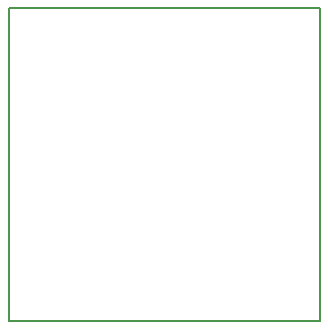
<source format=gbr>
G04 #@! TF.FileFunction,Profile,NP*
%FSLAX46Y46*%
G04 Gerber Fmt 4.6, Leading zero omitted, Abs format (unit mm)*
G04 Created by KiCad (PCBNEW 4.0.7) date Sat Oct 28 13:59:16 2017*
%MOMM*%
%LPD*%
G01*
G04 APERTURE LIST*
%ADD10C,0.100000*%
%ADD11C,0.150000*%
G04 APERTURE END LIST*
D10*
D11*
X0Y-25000D02*
X0Y26475000D01*
X26330000Y-25000D02*
X0Y-25000D01*
X26330000Y26475000D02*
X26330000Y-25000D01*
X0Y26475000D02*
X26330000Y26475000D01*
M02*

</source>
